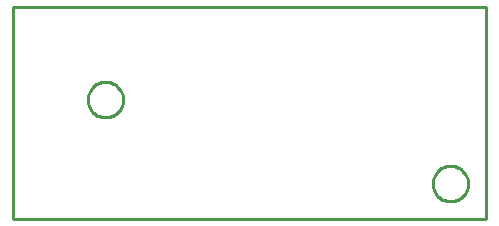
<source format=gbr>
G04 EAGLE Gerber RS-274X export*
G75*
%MOMM*%
%FSLAX34Y34*%
%LPD*%
%IN*%
%IPPOS*%
%AMOC8*
5,1,8,0,0,1.08239X$1,22.5*%
G01*
%ADD10C,0.254000*%


D10*
X0Y0D02*
X400000Y0D01*
X400000Y180000D01*
X0Y180000D01*
X0Y0D01*
X385000Y29464D02*
X384924Y28396D01*
X384771Y27335D01*
X384543Y26288D01*
X384241Y25260D01*
X383867Y24256D01*
X383422Y23281D01*
X382908Y22341D01*
X382329Y21440D01*
X381687Y20582D01*
X380985Y19772D01*
X380228Y19015D01*
X379418Y18313D01*
X378560Y17671D01*
X377659Y17092D01*
X376719Y16578D01*
X375744Y16133D01*
X374740Y15759D01*
X373712Y15457D01*
X372665Y15229D01*
X371604Y15076D01*
X370536Y15000D01*
X369464Y15000D01*
X368396Y15076D01*
X367335Y15229D01*
X366288Y15457D01*
X365260Y15759D01*
X364256Y16133D01*
X363281Y16578D01*
X362341Y17092D01*
X361440Y17671D01*
X360582Y18313D01*
X359772Y19015D01*
X359015Y19772D01*
X358313Y20582D01*
X357671Y21440D01*
X357092Y22341D01*
X356578Y23281D01*
X356133Y24256D01*
X355759Y25260D01*
X355457Y26288D01*
X355229Y27335D01*
X355076Y28396D01*
X355000Y29464D01*
X355000Y30536D01*
X355076Y31604D01*
X355229Y32665D01*
X355457Y33712D01*
X355759Y34740D01*
X356133Y35744D01*
X356578Y36719D01*
X357092Y37659D01*
X357671Y38560D01*
X358313Y39418D01*
X359015Y40228D01*
X359772Y40985D01*
X360582Y41687D01*
X361440Y42329D01*
X362341Y42908D01*
X363281Y43422D01*
X364256Y43867D01*
X365260Y44241D01*
X366288Y44543D01*
X367335Y44771D01*
X368396Y44924D01*
X369464Y45000D01*
X370536Y45000D01*
X371604Y44924D01*
X372665Y44771D01*
X373712Y44543D01*
X374740Y44241D01*
X375744Y43867D01*
X376719Y43422D01*
X377659Y42908D01*
X378560Y42329D01*
X379418Y41687D01*
X380228Y40985D01*
X380985Y40228D01*
X381687Y39418D01*
X382329Y38560D01*
X382908Y37659D01*
X383422Y36719D01*
X383867Y35744D01*
X384241Y34740D01*
X384543Y33712D01*
X384771Y32665D01*
X384924Y31604D01*
X385000Y30536D01*
X385000Y29464D01*
X92900Y100584D02*
X92824Y99516D01*
X92671Y98455D01*
X92443Y97408D01*
X92141Y96380D01*
X91767Y95376D01*
X91322Y94401D01*
X90808Y93461D01*
X90229Y92560D01*
X89587Y91702D01*
X88885Y90892D01*
X88128Y90135D01*
X87318Y89433D01*
X86460Y88791D01*
X85559Y88212D01*
X84619Y87698D01*
X83644Y87253D01*
X82640Y86879D01*
X81612Y86577D01*
X80565Y86349D01*
X79504Y86196D01*
X78436Y86120D01*
X77364Y86120D01*
X76296Y86196D01*
X75235Y86349D01*
X74188Y86577D01*
X73160Y86879D01*
X72156Y87253D01*
X71181Y87698D01*
X70241Y88212D01*
X69340Y88791D01*
X68482Y89433D01*
X67672Y90135D01*
X66915Y90892D01*
X66213Y91702D01*
X65571Y92560D01*
X64992Y93461D01*
X64478Y94401D01*
X64033Y95376D01*
X63659Y96380D01*
X63357Y97408D01*
X63129Y98455D01*
X62976Y99516D01*
X62900Y100584D01*
X62900Y101656D01*
X62976Y102724D01*
X63129Y103785D01*
X63357Y104832D01*
X63659Y105860D01*
X64033Y106864D01*
X64478Y107839D01*
X64992Y108779D01*
X65571Y109680D01*
X66213Y110538D01*
X66915Y111348D01*
X67672Y112105D01*
X68482Y112807D01*
X69340Y113449D01*
X70241Y114028D01*
X71181Y114542D01*
X72156Y114987D01*
X73160Y115361D01*
X74188Y115663D01*
X75235Y115891D01*
X76296Y116044D01*
X77364Y116120D01*
X78436Y116120D01*
X79504Y116044D01*
X80565Y115891D01*
X81612Y115663D01*
X82640Y115361D01*
X83644Y114987D01*
X84619Y114542D01*
X85559Y114028D01*
X86460Y113449D01*
X87318Y112807D01*
X88128Y112105D01*
X88885Y111348D01*
X89587Y110538D01*
X90229Y109680D01*
X90808Y108779D01*
X91322Y107839D01*
X91767Y106864D01*
X92141Y105860D01*
X92443Y104832D01*
X92671Y103785D01*
X92824Y102724D01*
X92900Y101656D01*
X92900Y100584D01*
M02*

</source>
